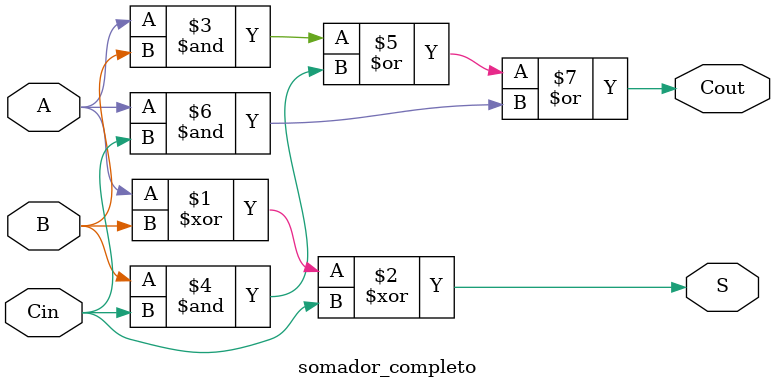
<source format=v>
module somador_completo (A, B, S, Cin, Cout);
	output S, Cout;
	input  A, B, Cin;
	
	assign S = A ^ B ^ Cin;
	assign Cout = A&B | B&Cin | A&Cin;
	
endmodule
</source>
